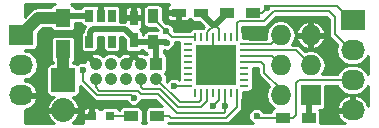
<source format=gbl>
G04 #@! TF.FileFunction,Copper,L2,Bot,Signal*
%FSLAX46Y46*%
G04 Gerber Fmt 4.6, Leading zero omitted, Abs format (unit mm)*
G04 Created by KiCad (PCBNEW 4.0.4-stable) date 09/24/16 18:26:32*
%MOMM*%
%LPD*%
G01*
G04 APERTURE LIST*
%ADD10C,0.100000*%
%ADD11R,2.032000X1.727200*%
%ADD12O,2.032000X1.727200*%
%ADD13R,1.050000X1.050000*%
%ADD14C,1.050000*%
%ADD15R,2.032000X2.032000*%
%ADD16O,2.032000X2.032000*%
%ADD17R,1.727200X1.727200*%
%ADD18O,1.727200X1.727200*%
%ADD19R,1.200000X0.750000*%
%ADD20R,0.797560X0.797560*%
%ADD21R,1.300000X1.500000*%
%ADD22R,1.200000X0.900000*%
%ADD23R,0.900000X1.200000*%
%ADD24R,0.250000X0.700000*%
%ADD25R,0.700000X0.250000*%
%ADD26R,1.725000X1.725000*%
%ADD27R,0.650000X1.060000*%
%ADD28R,0.750000X1.200000*%
%ADD29C,0.600000*%
%ADD30C,0.203200*%
%ADD31C,0.508000*%
%ADD32C,1.000000*%
%ADD33C,0.254000*%
G04 APERTURE END LIST*
D10*
D11*
X120650000Y-99060000D03*
D12*
X120650000Y-101600000D03*
X120650000Y-104140000D03*
D13*
X132080000Y-101473000D03*
D14*
X130810000Y-101473000D03*
X129540000Y-101473000D03*
X128270000Y-101473000D03*
X127000000Y-101473000D03*
X130810000Y-102743000D03*
X129540000Y-102743000D03*
X128270000Y-102743000D03*
X127000000Y-102743000D03*
X132080000Y-102743000D03*
D15*
X124206000Y-102870000D03*
D16*
X124206000Y-105410000D03*
D11*
X148717000Y-97790000D03*
D12*
X148717000Y-100330000D03*
X148717000Y-102870000D03*
X148717000Y-105410000D03*
D17*
X145161000Y-104140000D03*
D18*
X142621000Y-104140000D03*
X145161000Y-101600000D03*
X142621000Y-101600000D03*
X145161000Y-99060000D03*
X142621000Y-99060000D03*
D19*
X135890000Y-97155000D03*
X133990000Y-97155000D03*
D20*
X128143000Y-105918000D03*
X126644400Y-105918000D03*
D21*
X124206000Y-97583000D03*
X124206000Y-100283000D03*
D22*
X144991000Y-106045000D03*
X142791000Y-106045000D03*
D23*
X131826000Y-99652000D03*
X131826000Y-97452000D03*
D22*
X138092000Y-97155000D03*
X140292000Y-97155000D03*
X132164000Y-105918000D03*
X129964000Y-105918000D03*
D24*
X138910000Y-104000000D03*
X138410000Y-104000000D03*
X137910000Y-104000000D03*
X137410000Y-104000000D03*
X136910000Y-104000000D03*
X136410000Y-104000000D03*
X135910000Y-104000000D03*
X135410000Y-104000000D03*
D25*
X134760000Y-103350000D03*
X134760000Y-102850000D03*
X134760000Y-102350000D03*
X134760000Y-101850000D03*
X134760000Y-101350000D03*
X134760000Y-100850000D03*
X134760000Y-100350000D03*
X134760000Y-99850000D03*
D24*
X135410000Y-99200000D03*
X135910000Y-99200000D03*
X136410000Y-99200000D03*
X136910000Y-99200000D03*
X137410000Y-99200000D03*
X137910000Y-99200000D03*
X138410000Y-99200000D03*
X138910000Y-99200000D03*
D25*
X139560000Y-99850000D03*
X139560000Y-100350000D03*
X139560000Y-100850000D03*
X139560000Y-101350000D03*
X139560000Y-101850000D03*
X139560000Y-102350000D03*
X139560000Y-102850000D03*
X139560000Y-103350000D03*
D26*
X136297500Y-100737500D03*
X138022500Y-100737500D03*
X136297500Y-102462500D03*
X138022500Y-102462500D03*
D27*
X126431000Y-97409000D03*
X127381000Y-97409000D03*
X128331000Y-97409000D03*
X128331000Y-99609000D03*
X126431000Y-99609000D03*
D28*
X130175000Y-99502000D03*
X130175000Y-97602000D03*
D29*
X137033000Y-98171000D03*
X132969000Y-99695000D03*
X140750000Y-103500000D03*
X138022500Y-102462500D03*
X121250000Y-96750000D03*
X133477000Y-100457000D03*
X136297500Y-102462500D03*
X138022500Y-100737500D03*
X136297500Y-100737500D03*
X122459804Y-99091804D03*
X132903000Y-98679000D03*
X136906000Y-105036518D03*
X141466043Y-96744841D03*
X133604000Y-103378000D03*
X130175000Y-104360600D03*
X125857000Y-101981000D03*
X140589000Y-105918000D03*
X137922000Y-105029000D03*
D30*
X137410000Y-99200000D02*
X137410000Y-98548000D01*
X137410000Y-98548000D02*
X137033000Y-98171000D01*
X136410000Y-99200000D02*
X136410000Y-98794000D01*
X136410000Y-98794000D02*
X137033000Y-98171000D01*
D31*
X137033000Y-98171000D02*
X136906000Y-98171000D01*
X136906000Y-98171000D02*
X135890000Y-97155000D01*
X137033000Y-98171000D02*
X137076000Y-98171000D01*
X137076000Y-98171000D02*
X138092000Y-97155000D01*
X144991000Y-106045000D02*
X144991000Y-104310000D01*
X144991000Y-104310000D02*
X145161000Y-104140000D01*
X131826000Y-99652000D02*
X132926000Y-99652000D01*
X132926000Y-99652000D02*
X132969000Y-99695000D01*
X126492000Y-98806000D02*
X126492000Y-99548000D01*
X126492000Y-99548000D02*
X126431000Y-99609000D01*
X126746000Y-98552000D02*
X126492000Y-98806000D01*
X129450000Y-98552000D02*
X126746000Y-98552000D01*
X130175000Y-99277000D02*
X129450000Y-98552000D01*
X132080000Y-101473000D02*
X132080000Y-99906000D01*
X132080000Y-99906000D02*
X131826000Y-99652000D01*
X130175000Y-99277000D02*
X130175000Y-99502000D01*
X131826000Y-99652000D02*
X130325000Y-99652000D01*
X130325000Y-99652000D02*
X130175000Y-99502000D01*
D30*
X138022500Y-102462500D02*
X136297500Y-102462500D01*
X136297500Y-100737500D02*
X138022500Y-100737500D01*
X136297500Y-102462500D02*
X136297500Y-100737500D01*
X136910000Y-99200000D02*
X136910000Y-100125000D01*
X136910000Y-100125000D02*
X136297500Y-100737500D01*
X131826000Y-97602000D02*
X132903000Y-98679000D01*
X135410000Y-99200000D02*
X133424000Y-99200000D01*
X133424000Y-99200000D02*
X132903000Y-98679000D01*
X131826000Y-97452000D02*
X131826000Y-97602000D01*
X137410000Y-104000000D02*
X137410000Y-104532518D01*
X137410000Y-104532518D02*
X136906000Y-105036518D01*
X140292000Y-97155000D02*
X141055884Y-97155000D01*
X141055884Y-97155000D02*
X141466043Y-96744841D01*
X147399390Y-96624790D02*
X141586094Y-96624790D01*
X141586094Y-96624790D02*
X141466043Y-96744841D01*
X148717000Y-97790000D02*
X148564600Y-97790000D01*
X148564600Y-97790000D02*
X147399390Y-96624790D01*
X129964000Y-105918000D02*
X128143000Y-105918000D01*
D32*
X124206000Y-102870000D02*
X124206000Y-100283000D01*
D30*
X130175000Y-104360600D02*
X130141600Y-104360600D01*
X130141600Y-104360600D02*
X129943210Y-104162210D01*
X129943210Y-104162210D02*
X127106523Y-104162210D01*
X127106523Y-104162210D02*
X125857000Y-102912687D01*
X125857000Y-102912687D02*
X125857000Y-101981000D01*
X133604000Y-103378000D02*
X134732000Y-103378000D01*
X134732000Y-103378000D02*
X134760000Y-103350000D01*
X142791000Y-106045000D02*
X140716000Y-106045000D01*
X140716000Y-106045000D02*
X140589000Y-105918000D01*
X127000000Y-102743000D02*
X127000000Y-103485462D01*
X127000000Y-103485462D02*
X127273538Y-103759000D01*
X130789523Y-104035210D02*
X132231761Y-104035210D01*
X137826743Y-105638118D02*
X137922000Y-105542861D01*
X127273538Y-103759000D02*
X130513313Y-103759000D01*
X130513313Y-103759000D02*
X130789523Y-104035210D01*
X132231761Y-104035210D02*
X133834669Y-105638118D01*
X133834669Y-105638118D02*
X137826743Y-105638118D01*
X137922000Y-105542861D02*
X137922000Y-105453264D01*
X137922000Y-105453264D02*
X137922000Y-105029000D01*
X137910000Y-104000000D02*
X137910000Y-105017000D01*
X137910000Y-105017000D02*
X137922000Y-105029000D01*
X137910000Y-104279000D02*
X137910000Y-104000000D01*
X142791000Y-106045000D02*
X141987800Y-106045000D01*
X148717000Y-102870000D02*
X144145000Y-102870000D01*
X143891000Y-105791000D02*
X143637000Y-106045000D01*
X144145000Y-102870000D02*
X143891000Y-103124000D01*
X143891000Y-103124000D02*
X143891000Y-105791000D01*
X143637000Y-106045000D02*
X142791000Y-106045000D01*
X138910000Y-104000000D02*
X138910000Y-105125086D01*
X133309985Y-106041328D02*
X133186657Y-105918000D01*
X138910000Y-105125086D02*
X137993758Y-106041328D01*
X137993758Y-106041328D02*
X133309985Y-106041328D01*
X133186657Y-105918000D02*
X132164000Y-105918000D01*
X148717000Y-100330000D02*
X148564600Y-100330000D01*
X146685000Y-97028000D02*
X142073254Y-97028000D01*
X148564600Y-100330000D02*
X147193000Y-98958400D01*
X147193000Y-97536000D02*
X146685000Y-97028000D01*
X147193000Y-98958400D02*
X147193000Y-97536000D01*
X142073254Y-97028000D02*
X141194653Y-97906601D01*
X141194653Y-97906601D02*
X139075399Y-97906601D01*
X139075399Y-97906601D02*
X138910000Y-98072000D01*
X138910000Y-98072000D02*
X138910000Y-99200000D01*
D32*
X124206000Y-97583000D02*
X122127000Y-97583000D01*
X122127000Y-97583000D02*
X120650000Y-99060000D01*
D31*
X126431000Y-97409000D02*
X124380000Y-97409000D01*
X124380000Y-97409000D02*
X124206000Y-97583000D01*
D30*
X135711532Y-104751668D02*
X134112000Y-104751668D01*
X132080000Y-102743000D02*
X134088668Y-104751668D01*
X134088668Y-104751668D02*
X134112000Y-104751668D01*
X135910000Y-104000000D02*
X135910000Y-104553200D01*
X135910000Y-104553200D02*
X135711532Y-104751668D01*
X136410000Y-104000000D02*
X136410000Y-104623425D01*
X133921653Y-105154878D02*
X132398775Y-103632000D01*
X136410000Y-104623425D02*
X135878547Y-105154878D01*
X135878547Y-105154878D02*
X133921653Y-105154878D01*
X132398775Y-103632000D02*
X130956538Y-103632000D01*
X130956538Y-103632000D02*
X130810000Y-103485462D01*
X130810000Y-103485462D02*
X130810000Y-102743000D01*
X142621000Y-104140000D02*
X142621000Y-103632000D01*
X142621000Y-103632000D02*
X141224000Y-102235000D01*
X141224000Y-102235000D02*
X141224000Y-101600000D01*
X141224000Y-101600000D02*
X140974000Y-101350000D01*
X140974000Y-101350000D02*
X139560000Y-101350000D01*
X145161000Y-101600000D02*
X143911000Y-100350000D01*
X143911000Y-100350000D02*
X139560000Y-100350000D01*
X139560000Y-100850000D02*
X141871000Y-100850000D01*
X141871000Y-100850000D02*
X142621000Y-101600000D01*
X139560000Y-99850000D02*
X141831000Y-99850000D01*
X141831000Y-99850000D02*
X142621000Y-99060000D01*
D33*
G36*
X125744103Y-98080190D02*
X125827546Y-98209865D01*
X125954866Y-98296859D01*
X126078150Y-98321824D01*
X126042987Y-98356987D01*
X125905336Y-98562996D01*
X125861453Y-98783611D01*
X125835135Y-98800546D01*
X125748141Y-98927866D01*
X125717536Y-99079000D01*
X125717536Y-100139000D01*
X125744103Y-100280190D01*
X125827546Y-100409865D01*
X125954866Y-100496859D01*
X126106000Y-100527464D01*
X126756000Y-100527464D01*
X126897190Y-100500897D01*
X127026865Y-100417454D01*
X127113859Y-100290134D01*
X127144464Y-100139000D01*
X127144464Y-99187000D01*
X127617536Y-99187000D01*
X127617536Y-100139000D01*
X127644103Y-100280190D01*
X127727546Y-100409865D01*
X127854866Y-100496859D01*
X128006000Y-100527464D01*
X128656000Y-100527464D01*
X128797190Y-100500897D01*
X128926865Y-100417454D01*
X129013859Y-100290134D01*
X129044464Y-100139000D01*
X129044464Y-99187000D01*
X129186974Y-99187000D01*
X129411536Y-99411562D01*
X129411536Y-100102000D01*
X129438103Y-100243190D01*
X129521546Y-100372865D01*
X129648866Y-100459859D01*
X129800000Y-100490464D01*
X130550000Y-100490464D01*
X130691190Y-100463897D01*
X130820865Y-100380454D01*
X130884719Y-100287000D01*
X130994122Y-100287000D01*
X131014103Y-100393190D01*
X131097546Y-100522865D01*
X131224866Y-100609859D01*
X131340501Y-100633275D01*
X131284135Y-100669546D01*
X131261526Y-100702636D01*
X131245065Y-100658118D01*
X130900107Y-100553655D01*
X130541430Y-100589153D01*
X130374935Y-100658118D01*
X130320889Y-100804283D01*
X130810000Y-101293395D01*
X130824142Y-101279252D01*
X131003748Y-101458858D01*
X130989605Y-101473000D01*
X131003748Y-101487143D01*
X130824143Y-101666748D01*
X130810000Y-101652605D01*
X130795858Y-101666748D01*
X130616252Y-101487142D01*
X130630395Y-101473000D01*
X130430660Y-101273265D01*
X130423847Y-101204430D01*
X130354882Y-101037935D01*
X130208717Y-100983889D01*
X130175000Y-101017606D01*
X130141283Y-100983889D01*
X129995118Y-101037935D01*
X129925814Y-101266792D01*
X129719605Y-101473000D01*
X129733748Y-101487143D01*
X129554143Y-101666748D01*
X129540000Y-101652605D01*
X129525858Y-101666748D01*
X129346253Y-101487143D01*
X129360395Y-101473000D01*
X129346253Y-101458858D01*
X129525858Y-101279252D01*
X129540000Y-101293395D01*
X130029111Y-100804283D01*
X129975065Y-100658118D01*
X129630107Y-100553655D01*
X129271430Y-100589153D01*
X129104935Y-100658118D01*
X129050890Y-100804282D01*
X128978373Y-100731765D01*
X128894223Y-100815915D01*
X128783878Y-100705378D01*
X128451005Y-100567157D01*
X128090576Y-100566843D01*
X127757462Y-100704482D01*
X127645806Y-100815944D01*
X127561627Y-100731765D01*
X127489110Y-100804282D01*
X127435065Y-100658118D01*
X127090107Y-100553655D01*
X126731430Y-100589153D01*
X126564935Y-100658118D01*
X126510889Y-100804283D01*
X127000000Y-101293395D01*
X127014142Y-101279252D01*
X127193748Y-101458858D01*
X127179605Y-101473000D01*
X127193748Y-101487143D01*
X127014143Y-101666748D01*
X127000000Y-101652605D01*
X126985858Y-101666748D01*
X126806253Y-101487143D01*
X126820395Y-101473000D01*
X126331283Y-100983889D01*
X126185118Y-101037935D01*
X126093137Y-101341676D01*
X125993054Y-101300118D01*
X125722135Y-101299882D01*
X125471748Y-101403339D01*
X125376489Y-101498433D01*
X125373134Y-101496141D01*
X125222000Y-101465536D01*
X125087000Y-101465536D01*
X125087000Y-101337106D01*
X125126865Y-101311454D01*
X125213859Y-101184134D01*
X125244464Y-101033000D01*
X125244464Y-99533000D01*
X125217897Y-99391810D01*
X125134454Y-99262135D01*
X125007134Y-99175141D01*
X124856000Y-99144536D01*
X123556000Y-99144536D01*
X123414810Y-99171103D01*
X123285135Y-99254546D01*
X123198141Y-99381866D01*
X123167536Y-99533000D01*
X123167536Y-101033000D01*
X123194103Y-101174190D01*
X123277546Y-101303865D01*
X123325000Y-101336289D01*
X123325000Y-101465536D01*
X123190000Y-101465536D01*
X123048810Y-101492103D01*
X122919135Y-101575546D01*
X122832141Y-101702866D01*
X122801536Y-101854000D01*
X122801536Y-103886000D01*
X122828103Y-104027190D01*
X122911546Y-104156865D01*
X123038866Y-104243859D01*
X123190000Y-104274464D01*
X123403721Y-104274464D01*
X123370801Y-104290142D01*
X123005826Y-104695003D01*
X122851780Y-105066930D01*
X122910460Y-105283000D01*
X124079000Y-105283000D01*
X124079000Y-105263000D01*
X124333000Y-105263000D01*
X124333000Y-105283000D01*
X125501540Y-105283000D01*
X125560220Y-105066930D01*
X125406174Y-104695003D01*
X125041199Y-104290142D01*
X125008279Y-104274464D01*
X125222000Y-104274464D01*
X125363190Y-104247897D01*
X125492865Y-104164454D01*
X125579859Y-104037134D01*
X125610464Y-103886000D01*
X125610464Y-103348651D01*
X126765271Y-104503457D01*
X126765273Y-104503460D01*
X126921840Y-104608074D01*
X127106523Y-104644810D01*
X129555590Y-104644810D01*
X129597339Y-104745852D01*
X129788741Y-104937587D01*
X130038946Y-105041482D01*
X130309865Y-105041718D01*
X130560252Y-104938261D01*
X130751987Y-104746859D01*
X130847097Y-104517810D01*
X132031861Y-104517810D01*
X132593587Y-105079536D01*
X131564000Y-105079536D01*
X131422810Y-105106103D01*
X131293135Y-105189546D01*
X131206141Y-105316866D01*
X131175536Y-105468000D01*
X131175536Y-106368000D01*
X131202103Y-106509190D01*
X131224502Y-106544000D01*
X130904869Y-106544000D01*
X130921859Y-106519134D01*
X130952464Y-106368000D01*
X130952464Y-105468000D01*
X130925897Y-105326810D01*
X130842454Y-105197135D01*
X130715134Y-105110141D01*
X130564000Y-105079536D01*
X129364000Y-105079536D01*
X129222810Y-105106103D01*
X129093135Y-105189546D01*
X129006141Y-105316866D01*
X128982138Y-105435400D01*
X128914472Y-105435400D01*
X128903677Y-105378030D01*
X128820234Y-105248355D01*
X128692914Y-105161361D01*
X128541780Y-105130756D01*
X127744220Y-105130756D01*
X127603030Y-105157323D01*
X127473355Y-105240766D01*
X127390475Y-105362065D01*
X127366176Y-105303401D01*
X127259000Y-105196224D01*
X127118966Y-105138220D01*
X126866650Y-105138220D01*
X126771400Y-105233470D01*
X126771400Y-105791000D01*
X126791400Y-105791000D01*
X126791400Y-106045000D01*
X126771400Y-106045000D01*
X126771400Y-106065000D01*
X126517400Y-106065000D01*
X126517400Y-106045000D01*
X125959870Y-106045000D01*
X125864620Y-106140250D01*
X125864620Y-106392565D01*
X125922624Y-106532599D01*
X125934025Y-106544000D01*
X125011504Y-106544000D01*
X125041199Y-106529858D01*
X125406174Y-106124997D01*
X125560220Y-105753070D01*
X125501540Y-105537000D01*
X124333000Y-105537000D01*
X124333000Y-105557000D01*
X124079000Y-105557000D01*
X124079000Y-105537000D01*
X122910460Y-105537000D01*
X122851780Y-105753070D01*
X123005826Y-106124997D01*
X123370801Y-106529858D01*
X123400496Y-106544000D01*
X120956000Y-106544000D01*
X120956000Y-105443435D01*
X125864620Y-105443435D01*
X125864620Y-105695750D01*
X125959870Y-105791000D01*
X126517400Y-105791000D01*
X126517400Y-105233470D01*
X126422150Y-105138220D01*
X126169834Y-105138220D01*
X126029800Y-105196224D01*
X125922624Y-105303401D01*
X125864620Y-105443435D01*
X120956000Y-105443435D01*
X120956000Y-105367560D01*
X120972213Y-105374527D01*
X121431720Y-105215570D01*
X121795419Y-104892867D01*
X122005393Y-104459118D01*
X121944712Y-104267000D01*
X120956000Y-104267000D01*
X120956000Y-104013000D01*
X121944712Y-104013000D01*
X122005393Y-103820882D01*
X121795419Y-103387133D01*
X121431720Y-103064430D01*
X120972213Y-102905473D01*
X120956000Y-102912440D01*
X120956000Y-102819491D01*
X121306057Y-102749860D01*
X121709834Y-102480065D01*
X121979629Y-102076288D01*
X122074369Y-101600000D01*
X121979629Y-101123712D01*
X121709834Y-100719935D01*
X121306057Y-100450140D01*
X120956000Y-100380509D01*
X120956000Y-100312064D01*
X121666000Y-100312064D01*
X121807190Y-100285497D01*
X121936865Y-100202054D01*
X122023859Y-100074734D01*
X122054464Y-99923600D01*
X122054464Y-98901458D01*
X122491922Y-98464000D01*
X123192186Y-98464000D01*
X123194103Y-98474190D01*
X123277546Y-98603865D01*
X123404866Y-98690859D01*
X123556000Y-98721464D01*
X124856000Y-98721464D01*
X124997190Y-98694897D01*
X125126865Y-98611454D01*
X125213859Y-98484134D01*
X125244464Y-98333000D01*
X125244464Y-98044000D01*
X125737293Y-98044000D01*
X125744103Y-98080190D01*
X125744103Y-98080190D01*
G37*
X125744103Y-98080190D02*
X125827546Y-98209865D01*
X125954866Y-98296859D01*
X126078150Y-98321824D01*
X126042987Y-98356987D01*
X125905336Y-98562996D01*
X125861453Y-98783611D01*
X125835135Y-98800546D01*
X125748141Y-98927866D01*
X125717536Y-99079000D01*
X125717536Y-100139000D01*
X125744103Y-100280190D01*
X125827546Y-100409865D01*
X125954866Y-100496859D01*
X126106000Y-100527464D01*
X126756000Y-100527464D01*
X126897190Y-100500897D01*
X127026865Y-100417454D01*
X127113859Y-100290134D01*
X127144464Y-100139000D01*
X127144464Y-99187000D01*
X127617536Y-99187000D01*
X127617536Y-100139000D01*
X127644103Y-100280190D01*
X127727546Y-100409865D01*
X127854866Y-100496859D01*
X128006000Y-100527464D01*
X128656000Y-100527464D01*
X128797190Y-100500897D01*
X128926865Y-100417454D01*
X129013859Y-100290134D01*
X129044464Y-100139000D01*
X129044464Y-99187000D01*
X129186974Y-99187000D01*
X129411536Y-99411562D01*
X129411536Y-100102000D01*
X129438103Y-100243190D01*
X129521546Y-100372865D01*
X129648866Y-100459859D01*
X129800000Y-100490464D01*
X130550000Y-100490464D01*
X130691190Y-100463897D01*
X130820865Y-100380454D01*
X130884719Y-100287000D01*
X130994122Y-100287000D01*
X131014103Y-100393190D01*
X131097546Y-100522865D01*
X131224866Y-100609859D01*
X131340501Y-100633275D01*
X131284135Y-100669546D01*
X131261526Y-100702636D01*
X131245065Y-100658118D01*
X130900107Y-100553655D01*
X130541430Y-100589153D01*
X130374935Y-100658118D01*
X130320889Y-100804283D01*
X130810000Y-101293395D01*
X130824142Y-101279252D01*
X131003748Y-101458858D01*
X130989605Y-101473000D01*
X131003748Y-101487143D01*
X130824143Y-101666748D01*
X130810000Y-101652605D01*
X130795858Y-101666748D01*
X130616252Y-101487142D01*
X130630395Y-101473000D01*
X130430660Y-101273265D01*
X130423847Y-101204430D01*
X130354882Y-101037935D01*
X130208717Y-100983889D01*
X130175000Y-101017606D01*
X130141283Y-100983889D01*
X129995118Y-101037935D01*
X129925814Y-101266792D01*
X129719605Y-101473000D01*
X129733748Y-101487143D01*
X129554143Y-101666748D01*
X129540000Y-101652605D01*
X129525858Y-101666748D01*
X129346253Y-101487143D01*
X129360395Y-101473000D01*
X129346253Y-101458858D01*
X129525858Y-101279252D01*
X129540000Y-101293395D01*
X130029111Y-100804283D01*
X129975065Y-100658118D01*
X129630107Y-100553655D01*
X129271430Y-100589153D01*
X129104935Y-100658118D01*
X129050890Y-100804282D01*
X128978373Y-100731765D01*
X128894223Y-100815915D01*
X128783878Y-100705378D01*
X128451005Y-100567157D01*
X128090576Y-100566843D01*
X127757462Y-100704482D01*
X127645806Y-100815944D01*
X127561627Y-100731765D01*
X127489110Y-100804282D01*
X127435065Y-100658118D01*
X127090107Y-100553655D01*
X126731430Y-100589153D01*
X126564935Y-100658118D01*
X126510889Y-100804283D01*
X127000000Y-101293395D01*
X127014142Y-101279252D01*
X127193748Y-101458858D01*
X127179605Y-101473000D01*
X127193748Y-101487143D01*
X127014143Y-101666748D01*
X127000000Y-101652605D01*
X126985858Y-101666748D01*
X126806253Y-101487143D01*
X126820395Y-101473000D01*
X126331283Y-100983889D01*
X126185118Y-101037935D01*
X126093137Y-101341676D01*
X125993054Y-101300118D01*
X125722135Y-101299882D01*
X125471748Y-101403339D01*
X125376489Y-101498433D01*
X125373134Y-101496141D01*
X125222000Y-101465536D01*
X125087000Y-101465536D01*
X125087000Y-101337106D01*
X125126865Y-101311454D01*
X125213859Y-101184134D01*
X125244464Y-101033000D01*
X125244464Y-99533000D01*
X125217897Y-99391810D01*
X125134454Y-99262135D01*
X125007134Y-99175141D01*
X124856000Y-99144536D01*
X123556000Y-99144536D01*
X123414810Y-99171103D01*
X123285135Y-99254546D01*
X123198141Y-99381866D01*
X123167536Y-99533000D01*
X123167536Y-101033000D01*
X123194103Y-101174190D01*
X123277546Y-101303865D01*
X123325000Y-101336289D01*
X123325000Y-101465536D01*
X123190000Y-101465536D01*
X123048810Y-101492103D01*
X122919135Y-101575546D01*
X122832141Y-101702866D01*
X122801536Y-101854000D01*
X122801536Y-103886000D01*
X122828103Y-104027190D01*
X122911546Y-104156865D01*
X123038866Y-104243859D01*
X123190000Y-104274464D01*
X123403721Y-104274464D01*
X123370801Y-104290142D01*
X123005826Y-104695003D01*
X122851780Y-105066930D01*
X122910460Y-105283000D01*
X124079000Y-105283000D01*
X124079000Y-105263000D01*
X124333000Y-105263000D01*
X124333000Y-105283000D01*
X125501540Y-105283000D01*
X125560220Y-105066930D01*
X125406174Y-104695003D01*
X125041199Y-104290142D01*
X125008279Y-104274464D01*
X125222000Y-104274464D01*
X125363190Y-104247897D01*
X125492865Y-104164454D01*
X125579859Y-104037134D01*
X125610464Y-103886000D01*
X125610464Y-103348651D01*
X126765271Y-104503457D01*
X126765273Y-104503460D01*
X126921840Y-104608074D01*
X127106523Y-104644810D01*
X129555590Y-104644810D01*
X129597339Y-104745852D01*
X129788741Y-104937587D01*
X130038946Y-105041482D01*
X130309865Y-105041718D01*
X130560252Y-104938261D01*
X130751987Y-104746859D01*
X130847097Y-104517810D01*
X132031861Y-104517810D01*
X132593587Y-105079536D01*
X131564000Y-105079536D01*
X131422810Y-105106103D01*
X131293135Y-105189546D01*
X131206141Y-105316866D01*
X131175536Y-105468000D01*
X131175536Y-106368000D01*
X131202103Y-106509190D01*
X131224502Y-106544000D01*
X130904869Y-106544000D01*
X130921859Y-106519134D01*
X130952464Y-106368000D01*
X130952464Y-105468000D01*
X130925897Y-105326810D01*
X130842454Y-105197135D01*
X130715134Y-105110141D01*
X130564000Y-105079536D01*
X129364000Y-105079536D01*
X129222810Y-105106103D01*
X129093135Y-105189546D01*
X129006141Y-105316866D01*
X128982138Y-105435400D01*
X128914472Y-105435400D01*
X128903677Y-105378030D01*
X128820234Y-105248355D01*
X128692914Y-105161361D01*
X128541780Y-105130756D01*
X127744220Y-105130756D01*
X127603030Y-105157323D01*
X127473355Y-105240766D01*
X127390475Y-105362065D01*
X127366176Y-105303401D01*
X127259000Y-105196224D01*
X127118966Y-105138220D01*
X126866650Y-105138220D01*
X126771400Y-105233470D01*
X126771400Y-105791000D01*
X126791400Y-105791000D01*
X126791400Y-106045000D01*
X126771400Y-106045000D01*
X126771400Y-106065000D01*
X126517400Y-106065000D01*
X126517400Y-106045000D01*
X125959870Y-106045000D01*
X125864620Y-106140250D01*
X125864620Y-106392565D01*
X125922624Y-106532599D01*
X125934025Y-106544000D01*
X125011504Y-106544000D01*
X125041199Y-106529858D01*
X125406174Y-106124997D01*
X125560220Y-105753070D01*
X125501540Y-105537000D01*
X124333000Y-105537000D01*
X124333000Y-105557000D01*
X124079000Y-105557000D01*
X124079000Y-105537000D01*
X122910460Y-105537000D01*
X122851780Y-105753070D01*
X123005826Y-106124997D01*
X123370801Y-106529858D01*
X123400496Y-106544000D01*
X120956000Y-106544000D01*
X120956000Y-105443435D01*
X125864620Y-105443435D01*
X125864620Y-105695750D01*
X125959870Y-105791000D01*
X126517400Y-105791000D01*
X126517400Y-105233470D01*
X126422150Y-105138220D01*
X126169834Y-105138220D01*
X126029800Y-105196224D01*
X125922624Y-105303401D01*
X125864620Y-105443435D01*
X120956000Y-105443435D01*
X120956000Y-105367560D01*
X120972213Y-105374527D01*
X121431720Y-105215570D01*
X121795419Y-104892867D01*
X122005393Y-104459118D01*
X121944712Y-104267000D01*
X120956000Y-104267000D01*
X120956000Y-104013000D01*
X121944712Y-104013000D01*
X122005393Y-103820882D01*
X121795419Y-103387133D01*
X121431720Y-103064430D01*
X120972213Y-102905473D01*
X120956000Y-102912440D01*
X120956000Y-102819491D01*
X121306057Y-102749860D01*
X121709834Y-102480065D01*
X121979629Y-102076288D01*
X122074369Y-101600000D01*
X121979629Y-101123712D01*
X121709834Y-100719935D01*
X121306057Y-100450140D01*
X120956000Y-100380509D01*
X120956000Y-100312064D01*
X121666000Y-100312064D01*
X121807190Y-100285497D01*
X121936865Y-100202054D01*
X122023859Y-100074734D01*
X122054464Y-99923600D01*
X122054464Y-98901458D01*
X122491922Y-98464000D01*
X123192186Y-98464000D01*
X123194103Y-98474190D01*
X123277546Y-98603865D01*
X123404866Y-98690859D01*
X123556000Y-98721464D01*
X124856000Y-98721464D01*
X124997190Y-98694897D01*
X125126865Y-98611454D01*
X125213859Y-98484134D01*
X125244464Y-98333000D01*
X125244464Y-98044000D01*
X125737293Y-98044000D01*
X125744103Y-98080190D01*
G36*
X150044000Y-105032230D02*
X149862419Y-104657133D01*
X149498720Y-104334430D01*
X149039213Y-104175473D01*
X148844000Y-104259357D01*
X148844000Y-105283000D01*
X148864000Y-105283000D01*
X148864000Y-105537000D01*
X148844000Y-105537000D01*
X148844000Y-105557000D01*
X148590000Y-105557000D01*
X148590000Y-105537000D01*
X147422288Y-105537000D01*
X147361607Y-105729118D01*
X147571581Y-106162867D01*
X147935280Y-106485570D01*
X148104187Y-106544000D01*
X145969541Y-106544000D01*
X145979464Y-106495000D01*
X145979464Y-105595000D01*
X145952897Y-105453810D01*
X145913165Y-105392064D01*
X146024600Y-105392064D01*
X146165790Y-105365497D01*
X146295465Y-105282054D01*
X146382459Y-105154734D01*
X146395389Y-105090882D01*
X147361607Y-105090882D01*
X147422288Y-105283000D01*
X148590000Y-105283000D01*
X148590000Y-104259357D01*
X148394787Y-104175473D01*
X147935280Y-104334430D01*
X147571581Y-104657133D01*
X147361607Y-105090882D01*
X146395389Y-105090882D01*
X146413064Y-105003600D01*
X146413064Y-103352600D01*
X147391589Y-103352600D01*
X147657166Y-103750065D01*
X148060943Y-104019860D01*
X148537231Y-104114600D01*
X148896769Y-104114600D01*
X149373057Y-104019860D01*
X149776834Y-103750065D01*
X150044000Y-103350223D01*
X150044000Y-105032230D01*
X150044000Y-105032230D01*
G37*
X150044000Y-105032230D02*
X149862419Y-104657133D01*
X149498720Y-104334430D01*
X149039213Y-104175473D01*
X148844000Y-104259357D01*
X148844000Y-105283000D01*
X148864000Y-105283000D01*
X148864000Y-105537000D01*
X148844000Y-105537000D01*
X148844000Y-105557000D01*
X148590000Y-105557000D01*
X148590000Y-105537000D01*
X147422288Y-105537000D01*
X147361607Y-105729118D01*
X147571581Y-106162867D01*
X147935280Y-106485570D01*
X148104187Y-106544000D01*
X145969541Y-106544000D01*
X145979464Y-106495000D01*
X145979464Y-105595000D01*
X145952897Y-105453810D01*
X145913165Y-105392064D01*
X146024600Y-105392064D01*
X146165790Y-105365497D01*
X146295465Y-105282054D01*
X146382459Y-105154734D01*
X146395389Y-105090882D01*
X147361607Y-105090882D01*
X147422288Y-105283000D01*
X148590000Y-105283000D01*
X148590000Y-104259357D01*
X148394787Y-104175473D01*
X147935280Y-104334430D01*
X147571581Y-104657133D01*
X147361607Y-105090882D01*
X146395389Y-105090882D01*
X146413064Y-105003600D01*
X146413064Y-103352600D01*
X147391589Y-103352600D01*
X147657166Y-103750065D01*
X148060943Y-104019860D01*
X148537231Y-104114600D01*
X148896769Y-104114600D01*
X149373057Y-104019860D01*
X149776834Y-103750065D01*
X150044000Y-103350223D01*
X150044000Y-105032230D01*
G36*
X140741400Y-102235000D02*
X140778136Y-102419683D01*
X140882750Y-102576250D01*
X141656424Y-103349923D01*
X141446757Y-103663712D01*
X141352017Y-104140000D01*
X141446757Y-104616288D01*
X141716552Y-105020065D01*
X142042462Y-105237831D01*
X141920135Y-105316546D01*
X141833141Y-105443866D01*
X141809138Y-105562400D01*
X141178913Y-105562400D01*
X141166661Y-105532748D01*
X140975259Y-105341013D01*
X140725054Y-105237118D01*
X140454135Y-105236882D01*
X140203748Y-105340339D01*
X140012013Y-105531741D01*
X139908118Y-105781946D01*
X139907882Y-106052865D01*
X140011339Y-106303252D01*
X140202741Y-106494987D01*
X140320776Y-106544000D01*
X133104869Y-106544000D01*
X133121859Y-106519134D01*
X133128210Y-106487770D01*
X133309985Y-106523928D01*
X137993758Y-106523928D01*
X138178441Y-106487192D01*
X138335008Y-106382578D01*
X139251250Y-105466336D01*
X139355864Y-105309769D01*
X139392600Y-105125086D01*
X139392600Y-104501513D01*
X139392859Y-104501134D01*
X139423464Y-104350000D01*
X139423464Y-103863464D01*
X139910000Y-103863464D01*
X140051190Y-103836897D01*
X140180865Y-103753454D01*
X140267859Y-103626134D01*
X140298464Y-103475000D01*
X140298464Y-103225000D01*
X140274080Y-103095412D01*
X140298464Y-102975000D01*
X140298464Y-102725000D01*
X140274080Y-102595412D01*
X140298464Y-102475000D01*
X140298464Y-102225000D01*
X140274080Y-102095412D01*
X140298464Y-101975000D01*
X140298464Y-101832600D01*
X140741400Y-101832600D01*
X140741400Y-102235000D01*
X140741400Y-102235000D01*
G37*
X140741400Y-102235000D02*
X140778136Y-102419683D01*
X140882750Y-102576250D01*
X141656424Y-103349923D01*
X141446757Y-103663712D01*
X141352017Y-104140000D01*
X141446757Y-104616288D01*
X141716552Y-105020065D01*
X142042462Y-105237831D01*
X141920135Y-105316546D01*
X141833141Y-105443866D01*
X141809138Y-105562400D01*
X141178913Y-105562400D01*
X141166661Y-105532748D01*
X140975259Y-105341013D01*
X140725054Y-105237118D01*
X140454135Y-105236882D01*
X140203748Y-105340339D01*
X140012013Y-105531741D01*
X139908118Y-105781946D01*
X139907882Y-106052865D01*
X140011339Y-106303252D01*
X140202741Y-106494987D01*
X140320776Y-106544000D01*
X133104869Y-106544000D01*
X133121859Y-106519134D01*
X133128210Y-106487770D01*
X133309985Y-106523928D01*
X137993758Y-106523928D01*
X138178441Y-106487192D01*
X138335008Y-106382578D01*
X139251250Y-105466336D01*
X139355864Y-105309769D01*
X139392600Y-105125086D01*
X139392600Y-104501513D01*
X139392859Y-104501134D01*
X139423464Y-104350000D01*
X139423464Y-103863464D01*
X139910000Y-103863464D01*
X140051190Y-103836897D01*
X140180865Y-103753454D01*
X140267859Y-103626134D01*
X140298464Y-103475000D01*
X140298464Y-103225000D01*
X140274080Y-103095412D01*
X140298464Y-102975000D01*
X140298464Y-102725000D01*
X140274080Y-102595412D01*
X140298464Y-102475000D01*
X140298464Y-102225000D01*
X140274080Y-102095412D01*
X140298464Y-101975000D01*
X140298464Y-101832600D01*
X140741400Y-101832600D01*
X140741400Y-102235000D01*
G36*
X134021536Y-99725000D02*
X134021536Y-99975000D01*
X134045920Y-100104588D01*
X134021536Y-100225000D01*
X134021536Y-100475000D01*
X134045920Y-100604588D01*
X134021536Y-100725000D01*
X134021536Y-100975000D01*
X134045920Y-101104588D01*
X134021536Y-101225000D01*
X134021536Y-101475000D01*
X134045920Y-101604588D01*
X134021536Y-101725000D01*
X134021536Y-101975000D01*
X134045920Y-102104588D01*
X134021536Y-102225000D01*
X134021536Y-102475000D01*
X134045920Y-102604588D01*
X134021536Y-102725000D01*
X134021536Y-102832344D01*
X133990259Y-102801013D01*
X133740054Y-102697118D01*
X133469135Y-102696882D01*
X133218748Y-102800339D01*
X133027013Y-102991741D01*
X133022385Y-103002886D01*
X132973421Y-102953921D01*
X132985843Y-102924005D01*
X132986157Y-102563576D01*
X132869274Y-102280695D01*
X132875865Y-102276454D01*
X132962859Y-102149134D01*
X132993464Y-101998000D01*
X132993464Y-100948000D01*
X132966897Y-100806810D01*
X132883454Y-100677135D01*
X132756134Y-100590141D01*
X132715000Y-100581811D01*
X132715000Y-100326906D01*
X132832946Y-100375882D01*
X133103865Y-100376118D01*
X133354252Y-100272661D01*
X133545987Y-100081259D01*
X133649882Y-99831054D01*
X133650011Y-99682600D01*
X134030122Y-99682600D01*
X134021536Y-99725000D01*
X134021536Y-99725000D01*
G37*
X134021536Y-99725000D02*
X134021536Y-99975000D01*
X134045920Y-100104588D01*
X134021536Y-100225000D01*
X134021536Y-100475000D01*
X134045920Y-100604588D01*
X134021536Y-100725000D01*
X134021536Y-100975000D01*
X134045920Y-101104588D01*
X134021536Y-101225000D01*
X134021536Y-101475000D01*
X134045920Y-101604588D01*
X134021536Y-101725000D01*
X134021536Y-101975000D01*
X134045920Y-102104588D01*
X134021536Y-102225000D01*
X134021536Y-102475000D01*
X134045920Y-102604588D01*
X134021536Y-102725000D01*
X134021536Y-102832344D01*
X133990259Y-102801013D01*
X133740054Y-102697118D01*
X133469135Y-102696882D01*
X133218748Y-102800339D01*
X133027013Y-102991741D01*
X133022385Y-103002886D01*
X132973421Y-102953921D01*
X132985843Y-102924005D01*
X132986157Y-102563576D01*
X132869274Y-102280695D01*
X132875865Y-102276454D01*
X132962859Y-102149134D01*
X132993464Y-101998000D01*
X132993464Y-100948000D01*
X132966897Y-100806810D01*
X132883454Y-100677135D01*
X132756134Y-100590141D01*
X132715000Y-100581811D01*
X132715000Y-100326906D01*
X132832946Y-100375882D01*
X133103865Y-100376118D01*
X133354252Y-100272661D01*
X133545987Y-100081259D01*
X133649882Y-99831054D01*
X133650011Y-99682600D01*
X134030122Y-99682600D01*
X134021536Y-99725000D01*
G36*
X136424500Y-100610500D02*
X137895500Y-100610500D01*
X137895500Y-100590500D01*
X138149500Y-100590500D01*
X138149500Y-100610500D01*
X138169500Y-100610500D01*
X138169500Y-100864500D01*
X138149500Y-100864500D01*
X138149500Y-102335500D01*
X138169500Y-102335500D01*
X138169500Y-102589500D01*
X138149500Y-102589500D01*
X138149500Y-102609500D01*
X137895500Y-102609500D01*
X137895500Y-102589500D01*
X136424500Y-102589500D01*
X136424500Y-102609500D01*
X136170500Y-102609500D01*
X136170500Y-102589500D01*
X136150500Y-102589500D01*
X136150500Y-102335500D01*
X136170500Y-102335500D01*
X136170500Y-100864500D01*
X136424500Y-100864500D01*
X136424500Y-102335500D01*
X137895500Y-102335500D01*
X137895500Y-100864500D01*
X136424500Y-100864500D01*
X136170500Y-100864500D01*
X136150500Y-100864500D01*
X136150500Y-100610500D01*
X136170500Y-100610500D01*
X136170500Y-100590500D01*
X136424500Y-100590500D01*
X136424500Y-100610500D01*
X136424500Y-100610500D01*
G37*
X136424500Y-100610500D02*
X137895500Y-100610500D01*
X137895500Y-100590500D01*
X138149500Y-100590500D01*
X138149500Y-100610500D01*
X138169500Y-100610500D01*
X138169500Y-100864500D01*
X138149500Y-100864500D01*
X138149500Y-102335500D01*
X138169500Y-102335500D01*
X138169500Y-102589500D01*
X138149500Y-102589500D01*
X138149500Y-102609500D01*
X137895500Y-102609500D01*
X137895500Y-102589500D01*
X136424500Y-102589500D01*
X136424500Y-102609500D01*
X136170500Y-102609500D01*
X136170500Y-102589500D01*
X136150500Y-102589500D01*
X136150500Y-102335500D01*
X136170500Y-102335500D01*
X136170500Y-100864500D01*
X136424500Y-100864500D01*
X136424500Y-102335500D01*
X137895500Y-102335500D01*
X137895500Y-100864500D01*
X136424500Y-100864500D01*
X136170500Y-100864500D01*
X136150500Y-100864500D01*
X136150500Y-100610500D01*
X136170500Y-100610500D01*
X136170500Y-100590500D01*
X136424500Y-100590500D01*
X136424500Y-100610500D01*
G36*
X146710400Y-97735899D02*
X146710400Y-98958400D01*
X146747136Y-99143083D01*
X146851750Y-99299650D01*
X147394757Y-99842657D01*
X147387371Y-99853712D01*
X147292631Y-100330000D01*
X147387371Y-100806288D01*
X147657166Y-101210065D01*
X148060943Y-101479860D01*
X148537231Y-101574600D01*
X148896769Y-101574600D01*
X149373057Y-101479860D01*
X149776834Y-101210065D01*
X150044000Y-100810223D01*
X150044000Y-102389777D01*
X149776834Y-101989935D01*
X149373057Y-101720140D01*
X148896769Y-101625400D01*
X148537231Y-101625400D01*
X148060943Y-101720140D01*
X147657166Y-101989935D01*
X147391589Y-102387400D01*
X146127365Y-102387400D01*
X146335243Y-102076288D01*
X146429983Y-101600000D01*
X146335243Y-101123712D01*
X146065448Y-100719935D01*
X145661671Y-100450140D01*
X145185383Y-100355400D01*
X145136617Y-100355400D01*
X144688113Y-100444613D01*
X144252250Y-100008750D01*
X144095683Y-99904136D01*
X143911000Y-99867400D01*
X143574001Y-99867400D01*
X143795243Y-99536288D01*
X143826506Y-99379118D01*
X143958007Y-99379118D01*
X144084695Y-99685001D01*
X144405801Y-100049310D01*
X144841880Y-100263005D01*
X145034000Y-100202865D01*
X145034000Y-99187000D01*
X145288000Y-99187000D01*
X145288000Y-100202865D01*
X145480120Y-100263005D01*
X145916199Y-100049310D01*
X146237305Y-99685001D01*
X146363993Y-99379118D01*
X146303312Y-99187000D01*
X145288000Y-99187000D01*
X145034000Y-99187000D01*
X144018688Y-99187000D01*
X143958007Y-99379118D01*
X143826506Y-99379118D01*
X143889983Y-99060000D01*
X143826507Y-98740882D01*
X143958007Y-98740882D01*
X144018688Y-98933000D01*
X145034000Y-98933000D01*
X145034000Y-97917135D01*
X145288000Y-97917135D01*
X145288000Y-98933000D01*
X146303312Y-98933000D01*
X146363993Y-98740882D01*
X146237305Y-98434999D01*
X145916199Y-98070690D01*
X145480120Y-97856995D01*
X145288000Y-97917135D01*
X145034000Y-97917135D01*
X144841880Y-97856995D01*
X144405801Y-98070690D01*
X144084695Y-98434999D01*
X143958007Y-98740882D01*
X143826507Y-98740882D01*
X143795243Y-98583712D01*
X143525448Y-98179935D01*
X143121671Y-97910140D01*
X142645383Y-97815400D01*
X142596617Y-97815400D01*
X142120329Y-97910140D01*
X141716552Y-98179935D01*
X141446757Y-98583712D01*
X141352017Y-99060000D01*
X141413163Y-99367400D01*
X140061513Y-99367400D01*
X140061134Y-99367141D01*
X139910000Y-99336536D01*
X139423464Y-99336536D01*
X139423464Y-98850000D01*
X139396897Y-98708810D01*
X139392600Y-98702132D01*
X139392600Y-98389201D01*
X141194653Y-98389201D01*
X141379336Y-98352465D01*
X141535903Y-98247851D01*
X141535904Y-98247850D01*
X142273153Y-97510600D01*
X146485100Y-97510600D01*
X146710400Y-97735899D01*
X146710400Y-97735899D01*
G37*
X146710400Y-97735899D02*
X146710400Y-98958400D01*
X146747136Y-99143083D01*
X146851750Y-99299650D01*
X147394757Y-99842657D01*
X147387371Y-99853712D01*
X147292631Y-100330000D01*
X147387371Y-100806288D01*
X147657166Y-101210065D01*
X148060943Y-101479860D01*
X148537231Y-101574600D01*
X148896769Y-101574600D01*
X149373057Y-101479860D01*
X149776834Y-101210065D01*
X150044000Y-100810223D01*
X150044000Y-102389777D01*
X149776834Y-101989935D01*
X149373057Y-101720140D01*
X148896769Y-101625400D01*
X148537231Y-101625400D01*
X148060943Y-101720140D01*
X147657166Y-101989935D01*
X147391589Y-102387400D01*
X146127365Y-102387400D01*
X146335243Y-102076288D01*
X146429983Y-101600000D01*
X146335243Y-101123712D01*
X146065448Y-100719935D01*
X145661671Y-100450140D01*
X145185383Y-100355400D01*
X145136617Y-100355400D01*
X144688113Y-100444613D01*
X144252250Y-100008750D01*
X144095683Y-99904136D01*
X143911000Y-99867400D01*
X143574001Y-99867400D01*
X143795243Y-99536288D01*
X143826506Y-99379118D01*
X143958007Y-99379118D01*
X144084695Y-99685001D01*
X144405801Y-100049310D01*
X144841880Y-100263005D01*
X145034000Y-100202865D01*
X145034000Y-99187000D01*
X145288000Y-99187000D01*
X145288000Y-100202865D01*
X145480120Y-100263005D01*
X145916199Y-100049310D01*
X146237305Y-99685001D01*
X146363993Y-99379118D01*
X146303312Y-99187000D01*
X145288000Y-99187000D01*
X145034000Y-99187000D01*
X144018688Y-99187000D01*
X143958007Y-99379118D01*
X143826506Y-99379118D01*
X143889983Y-99060000D01*
X143826507Y-98740882D01*
X143958007Y-98740882D01*
X144018688Y-98933000D01*
X145034000Y-98933000D01*
X145034000Y-97917135D01*
X145288000Y-97917135D01*
X145288000Y-98933000D01*
X146303312Y-98933000D01*
X146363993Y-98740882D01*
X146237305Y-98434999D01*
X145916199Y-98070690D01*
X145480120Y-97856995D01*
X145288000Y-97917135D01*
X145034000Y-97917135D01*
X144841880Y-97856995D01*
X144405801Y-98070690D01*
X144084695Y-98434999D01*
X143958007Y-98740882D01*
X143826507Y-98740882D01*
X143795243Y-98583712D01*
X143525448Y-98179935D01*
X143121671Y-97910140D01*
X142645383Y-97815400D01*
X142596617Y-97815400D01*
X142120329Y-97910140D01*
X141716552Y-98179935D01*
X141446757Y-98583712D01*
X141352017Y-99060000D01*
X141413163Y-99367400D01*
X140061513Y-99367400D01*
X140061134Y-99367141D01*
X139910000Y-99336536D01*
X139423464Y-99336536D01*
X139423464Y-98850000D01*
X139396897Y-98708810D01*
X139392600Y-98702132D01*
X139392600Y-98389201D01*
X141194653Y-98389201D01*
X141379336Y-98352465D01*
X141535903Y-98247851D01*
X141535904Y-98247850D01*
X142273153Y-97510600D01*
X146485100Y-97510600D01*
X146710400Y-97735899D01*
G36*
X133174180Y-96457004D02*
X133067004Y-96564181D01*
X133009000Y-96704215D01*
X133009000Y-96932750D01*
X133104250Y-97028000D01*
X133863000Y-97028000D01*
X133863000Y-97008000D01*
X134117000Y-97008000D01*
X134117000Y-97028000D01*
X134137000Y-97028000D01*
X134137000Y-97282000D01*
X134117000Y-97282000D01*
X134117000Y-97815750D01*
X134212250Y-97911000D01*
X134665786Y-97911000D01*
X134805820Y-97852996D01*
X134912996Y-97745819D01*
X134937719Y-97686133D01*
X135011546Y-97800865D01*
X135138866Y-97887859D01*
X135290000Y-97918464D01*
X135755438Y-97918464D01*
X136179237Y-98342263D01*
X136068750Y-98452750D01*
X136059557Y-98466509D01*
X136035000Y-98461536D01*
X135785000Y-98461536D01*
X135655412Y-98485920D01*
X135535000Y-98461536D01*
X135285000Y-98461536D01*
X135143810Y-98488103D01*
X135014135Y-98571546D01*
X134927141Y-98698866D01*
X134923388Y-98717400D01*
X133623900Y-98717400D01*
X133584002Y-98677502D01*
X133584118Y-98544135D01*
X133480661Y-98293748D01*
X133289259Y-98102013D01*
X133039054Y-97998118D01*
X132904501Y-97998001D01*
X132664464Y-97757964D01*
X132664464Y-97377250D01*
X133009000Y-97377250D01*
X133009000Y-97605785D01*
X133067004Y-97745819D01*
X133174180Y-97852996D01*
X133314214Y-97911000D01*
X133767750Y-97911000D01*
X133863000Y-97815750D01*
X133863000Y-97282000D01*
X133104250Y-97282000D01*
X133009000Y-97377250D01*
X132664464Y-97377250D01*
X132664464Y-96852000D01*
X132637897Y-96710810D01*
X132554454Y-96581135D01*
X132427134Y-96494141D01*
X132276000Y-96463536D01*
X131376000Y-96463536D01*
X131234810Y-96490103D01*
X131105135Y-96573546D01*
X131018141Y-96700866D01*
X130987536Y-96852000D01*
X130987536Y-98052000D01*
X131014103Y-98193190D01*
X131097546Y-98322865D01*
X131224866Y-98409859D01*
X131376000Y-98440464D01*
X131981964Y-98440464D01*
X132205036Y-98663536D01*
X131376000Y-98663536D01*
X131234810Y-98690103D01*
X131105135Y-98773546D01*
X131018141Y-98900866D01*
X130994624Y-99017000D01*
X130938464Y-99017000D01*
X130938464Y-98902000D01*
X130911897Y-98760810D01*
X130828454Y-98631135D01*
X130708103Y-98548903D01*
X130765819Y-98524996D01*
X130872996Y-98417820D01*
X130931000Y-98277786D01*
X130931000Y-97824250D01*
X130835750Y-97729000D01*
X130302000Y-97729000D01*
X130302000Y-97749000D01*
X130048000Y-97749000D01*
X130048000Y-97729000D01*
X129514250Y-97729000D01*
X129419000Y-97824250D01*
X129419000Y-97917000D01*
X129044464Y-97917000D01*
X129044464Y-96926214D01*
X129419000Y-96926214D01*
X129419000Y-97379750D01*
X129514250Y-97475000D01*
X130048000Y-97475000D01*
X130048000Y-96716250D01*
X130302000Y-96716250D01*
X130302000Y-97475000D01*
X130835750Y-97475000D01*
X130931000Y-97379750D01*
X130931000Y-96926214D01*
X130872996Y-96786180D01*
X130765819Y-96679004D01*
X130625785Y-96621000D01*
X130397250Y-96621000D01*
X130302000Y-96716250D01*
X130048000Y-96716250D01*
X129952750Y-96621000D01*
X129724215Y-96621000D01*
X129584181Y-96679004D01*
X129477004Y-96786180D01*
X129419000Y-96926214D01*
X129044464Y-96926214D01*
X129044464Y-96879000D01*
X129017897Y-96737810D01*
X128934454Y-96608135D01*
X128807134Y-96521141D01*
X128656000Y-96490536D01*
X128006000Y-96490536D01*
X127864810Y-96517103D01*
X127850357Y-96526403D01*
X127781785Y-96498000D01*
X127603250Y-96498000D01*
X127508000Y-96593250D01*
X127508000Y-97282000D01*
X127528000Y-97282000D01*
X127528000Y-97536000D01*
X127508000Y-97536000D01*
X127508000Y-97556000D01*
X127254000Y-97556000D01*
X127254000Y-97536000D01*
X127234000Y-97536000D01*
X127234000Y-97282000D01*
X127254000Y-97282000D01*
X127254000Y-96593250D01*
X127158750Y-96498000D01*
X126980215Y-96498000D01*
X126913631Y-96525580D01*
X126907134Y-96521141D01*
X126756000Y-96490536D01*
X126106000Y-96490536D01*
X125964810Y-96517103D01*
X125835135Y-96600546D01*
X125748141Y-96727866D01*
X125738799Y-96774000D01*
X125233362Y-96774000D01*
X125217897Y-96691810D01*
X125134454Y-96562135D01*
X125007134Y-96475141D01*
X124912612Y-96456000D01*
X133176604Y-96456000D01*
X133174180Y-96457004D01*
X133174180Y-96457004D01*
G37*
X133174180Y-96457004D02*
X133067004Y-96564181D01*
X133009000Y-96704215D01*
X133009000Y-96932750D01*
X133104250Y-97028000D01*
X133863000Y-97028000D01*
X133863000Y-97008000D01*
X134117000Y-97008000D01*
X134117000Y-97028000D01*
X134137000Y-97028000D01*
X134137000Y-97282000D01*
X134117000Y-97282000D01*
X134117000Y-97815750D01*
X134212250Y-97911000D01*
X134665786Y-97911000D01*
X134805820Y-97852996D01*
X134912996Y-97745819D01*
X134937719Y-97686133D01*
X135011546Y-97800865D01*
X135138866Y-97887859D01*
X135290000Y-97918464D01*
X135755438Y-97918464D01*
X136179237Y-98342263D01*
X136068750Y-98452750D01*
X136059557Y-98466509D01*
X136035000Y-98461536D01*
X135785000Y-98461536D01*
X135655412Y-98485920D01*
X135535000Y-98461536D01*
X135285000Y-98461536D01*
X135143810Y-98488103D01*
X135014135Y-98571546D01*
X134927141Y-98698866D01*
X134923388Y-98717400D01*
X133623900Y-98717400D01*
X133584002Y-98677502D01*
X133584118Y-98544135D01*
X133480661Y-98293748D01*
X133289259Y-98102013D01*
X133039054Y-97998118D01*
X132904501Y-97998001D01*
X132664464Y-97757964D01*
X132664464Y-97377250D01*
X133009000Y-97377250D01*
X133009000Y-97605785D01*
X133067004Y-97745819D01*
X133174180Y-97852996D01*
X133314214Y-97911000D01*
X133767750Y-97911000D01*
X133863000Y-97815750D01*
X133863000Y-97282000D01*
X133104250Y-97282000D01*
X133009000Y-97377250D01*
X132664464Y-97377250D01*
X132664464Y-96852000D01*
X132637897Y-96710810D01*
X132554454Y-96581135D01*
X132427134Y-96494141D01*
X132276000Y-96463536D01*
X131376000Y-96463536D01*
X131234810Y-96490103D01*
X131105135Y-96573546D01*
X131018141Y-96700866D01*
X130987536Y-96852000D01*
X130987536Y-98052000D01*
X131014103Y-98193190D01*
X131097546Y-98322865D01*
X131224866Y-98409859D01*
X131376000Y-98440464D01*
X131981964Y-98440464D01*
X132205036Y-98663536D01*
X131376000Y-98663536D01*
X131234810Y-98690103D01*
X131105135Y-98773546D01*
X131018141Y-98900866D01*
X130994624Y-99017000D01*
X130938464Y-99017000D01*
X130938464Y-98902000D01*
X130911897Y-98760810D01*
X130828454Y-98631135D01*
X130708103Y-98548903D01*
X130765819Y-98524996D01*
X130872996Y-98417820D01*
X130931000Y-98277786D01*
X130931000Y-97824250D01*
X130835750Y-97729000D01*
X130302000Y-97729000D01*
X130302000Y-97749000D01*
X130048000Y-97749000D01*
X130048000Y-97729000D01*
X129514250Y-97729000D01*
X129419000Y-97824250D01*
X129419000Y-97917000D01*
X129044464Y-97917000D01*
X129044464Y-96926214D01*
X129419000Y-96926214D01*
X129419000Y-97379750D01*
X129514250Y-97475000D01*
X130048000Y-97475000D01*
X130048000Y-96716250D01*
X130302000Y-96716250D01*
X130302000Y-97475000D01*
X130835750Y-97475000D01*
X130931000Y-97379750D01*
X130931000Y-96926214D01*
X130872996Y-96786180D01*
X130765819Y-96679004D01*
X130625785Y-96621000D01*
X130397250Y-96621000D01*
X130302000Y-96716250D01*
X130048000Y-96716250D01*
X129952750Y-96621000D01*
X129724215Y-96621000D01*
X129584181Y-96679004D01*
X129477004Y-96786180D01*
X129419000Y-96926214D01*
X129044464Y-96926214D01*
X129044464Y-96879000D01*
X129017897Y-96737810D01*
X128934454Y-96608135D01*
X128807134Y-96521141D01*
X128656000Y-96490536D01*
X128006000Y-96490536D01*
X127864810Y-96517103D01*
X127850357Y-96526403D01*
X127781785Y-96498000D01*
X127603250Y-96498000D01*
X127508000Y-96593250D01*
X127508000Y-97282000D01*
X127528000Y-97282000D01*
X127528000Y-97536000D01*
X127508000Y-97536000D01*
X127508000Y-97556000D01*
X127254000Y-97556000D01*
X127254000Y-97536000D01*
X127234000Y-97536000D01*
X127234000Y-97282000D01*
X127254000Y-97282000D01*
X127254000Y-96593250D01*
X127158750Y-96498000D01*
X126980215Y-96498000D01*
X126913631Y-96525580D01*
X126907134Y-96521141D01*
X126756000Y-96490536D01*
X126106000Y-96490536D01*
X125964810Y-96517103D01*
X125835135Y-96600546D01*
X125748141Y-96727866D01*
X125738799Y-96774000D01*
X125233362Y-96774000D01*
X125217897Y-96691810D01*
X125134454Y-96562135D01*
X125007134Y-96475141D01*
X124912612Y-96456000D01*
X133176604Y-96456000D01*
X133174180Y-96457004D01*
G36*
X123414810Y-96471103D02*
X123285135Y-96554546D01*
X123198141Y-96681866D01*
X123194064Y-96702000D01*
X122127000Y-96702000D01*
X121789855Y-96769062D01*
X121504039Y-96960039D01*
X120956000Y-97508078D01*
X120956000Y-96456000D01*
X123495075Y-96456000D01*
X123414810Y-96471103D01*
X123414810Y-96471103D01*
G37*
X123414810Y-96471103D02*
X123285135Y-96554546D01*
X123198141Y-96681866D01*
X123194064Y-96702000D01*
X122127000Y-96702000D01*
X121789855Y-96769062D01*
X121504039Y-96960039D01*
X120956000Y-97508078D01*
X120956000Y-96456000D01*
X123495075Y-96456000D01*
X123414810Y-96471103D01*
M02*

</source>
